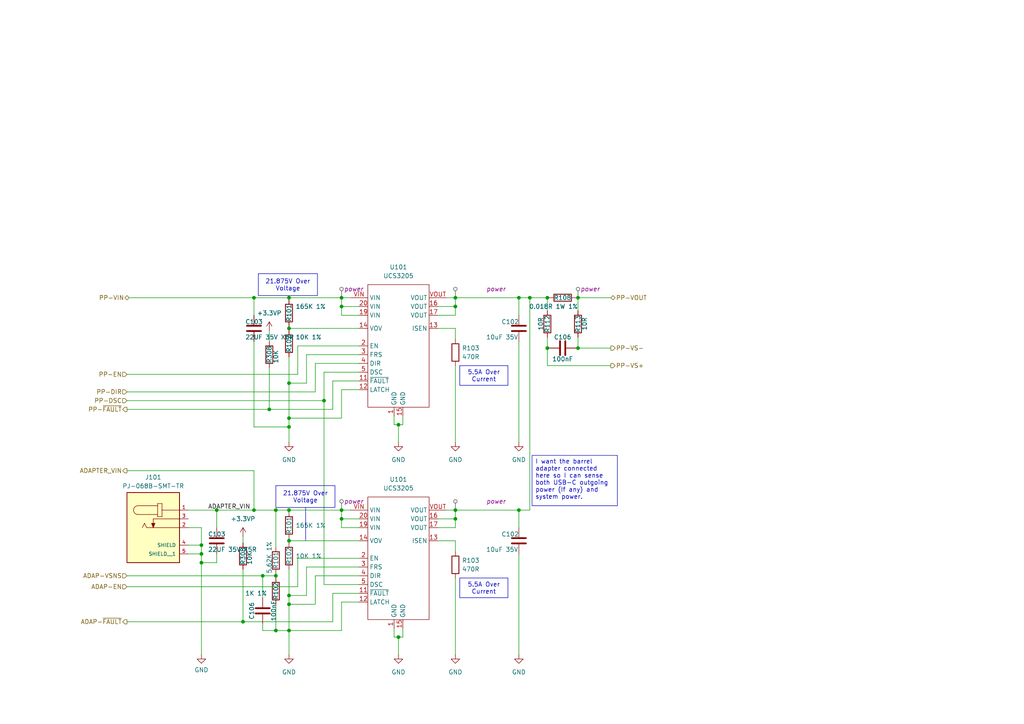
<source format=kicad_sch>
(kicad_sch (version 20230121) (generator eeschema)
  (paper "A4")
  (lib_symbols
    (symbol "Device:C" (pin_numbers hide) (pin_names (offset 0.254))
      (property "Reference" "C" (at 0.635 2.54 0))
      (property "Value" "C" (at 0.635 -2.54 0))
      (symbol "C_0_1"
        (polyline (pts (xy -2.032 -0.762) (xy 2.032 -0.762)) (stroke (width 0.508)))
        (polyline (pts (xy -2.032 0.762) (xy 2.032 0.762)) (stroke (width 0.508)))
      )
      (symbol "C_1_1"
        (pin passive line (at 0 3.81 270) (length 2.794) (name "~") (number "1"))
        (pin passive line (at 0 -3.81 90) (length 2.794) (name "~") (number "2"))
      )
    )
    (symbol "Device:R" (pin_numbers hide) (pin_names (offset 0))
      (property "Reference" "R" (at 2.032 0 90))
      (property "Value" "R" (at 0 0 90))
      (symbol "R_0_1"
        (rectangle (start -1.016 -2.54) (end 1.016 2.54) (stroke (width 0.254)))
      )
      (symbol "R_1_1"
        (pin passive line (at 0 3.81 270) (length 1.27) (name "~") (number "1"))
        (pin passive line (at 0 -3.81 90) (length 1.27) (name "~") (number "2"))
      )
    )
    (symbol "PJ-068B-SMT-TR:PJ-068B-SMT-TR" (pin_names (offset 1.016))
      (property "Reference" "J" (at -7.6259 7.6259 0))
      (property "Value" "PJ-068B-SMT-TR" (at -7.6213 -15.2421 0))
      (symbol "PJ-068B-SMT-TR_0_0"
        (rectangle (start -7.62 -12.7) (end 7.62 7.62) (stroke (width 0.254)) (fill (type background)))
        (arc (start -4.445 3.81) (mid -5.7095 2.54) (end -4.445 1.27) (stroke (width 0.1524)))
        (polyline (pts (xy -4.445 3.81) (xy 1.27 3.81)) (stroke (width 0.1524)))
        (polyline (pts (xy -2.54 -1.27) (xy -3.175 -2.54)) (stroke (width 0.1524)))
        (polyline (pts (xy -1.905 -2.54) (xy -2.54 -1.27)) (stroke (width 0.1524)))
        (polyline (pts (xy 0 -2.54) (xy -1.905 -2.54)) (stroke (width 0.1524)))
        (polyline (pts (xy 0 0) (xy 0 -2.54)) (stroke (width 0.1524)))
        (polyline (pts (xy 1.27 0.635) (xy 2.54 0.635)) (stroke (width 0.1524)))
        (polyline (pts (xy 1.27 1.27) (xy -4.445 1.27)) (stroke (width 0.1524)))
        (polyline (pts (xy 1.27 1.27) (xy 1.27 0.635)) (stroke (width 0.1524)))
        (polyline (pts (xy 1.27 3.81) (xy 1.27 1.27)) (stroke (width 0.1524)))
        (polyline (pts (xy 1.27 4.445) (xy 1.27 3.81)) (stroke (width 0.1524)))
        (polyline (pts (xy 2.54 0.635) (xy 2.54 2.54)) (stroke (width 0.1524)))
        (polyline (pts (xy 2.54 2.54) (xy 2.54 4.445)) (stroke (width 0.1524)))
        (polyline (pts (xy 2.54 4.445) (xy 1.27 4.445)) (stroke (width 0.1524)))
        (polyline (pts (xy 7.62 -2.54) (xy 0 -2.54)) (stroke (width 0.1524)))
        (polyline (pts (xy 7.62 0) (xy 0 0)) (stroke (width 0.1524)))
        (polyline (pts (xy 7.62 2.54) (xy 2.54 2.54)) (stroke (width 0.1524)))
        (polyline (pts (xy 0 -2.54) (xy -0.508 -1.27) (xy 0.508 -1.27) (xy 0 -2.54)) (stroke (width 0.1524)) (fill (type outline)))
        (pin passive line (at 10.16 2.54 180) (length 2.54) (name "~") (number "1"))
        (pin passive line (at 10.16 -2.54 180) (length 2.54) (name "~") (number "2"))
        (pin passive line (at 10.16 0 180) (length 2.54) (name "~") (number "3"))
        (pin passive line (at 10.16 -7.62 180) (length 2.54) (name "SHIELD") (number "4"))
        (pin passive line (at 10.16 -10.16 180) (length 2.54) (name "SHIELD__1") (number "5"))
      )
    )
    (symbol "power:+3.3VP" (power) (pin_names (offset 0))
      (property "Value" "+3.3VP" (at 0 2.54 0))
      (symbol "+3.3VP_0_0"
        (pin power_in line (at 0 0 90) (length 0) hide (name "+3.3VP") (number "1"))
      )
      (symbol "+3.3VP_0_1"
        (polyline (pts (xy -0.762 1.27) (xy 0 2.54)))
        (polyline (pts (xy 0 0) (xy 0 2.54)))
        (polyline (pts (xy 0 2.54) (xy 0.762 1.27)))
      )
    )
    (symbol "power:GND" (power) (pin_names (offset 0))
      (property "Value" "GND" (at 0 -3.81 0))
      (symbol "GND_0_1"
        (polyline (pts (xy 0 0) (xy 0 -1.27) (xy 1.27 -1.27) (xy 0 -2.54) (xy -1.27 -1.27) (xy 0 -1.27)))
      )
      (symbol "GND_1_1"
        (pin power_in line (at 0 0 270) (length 0) hide (name "GND") (number "1"))
      )
    )
    (symbol "usb-c:UCS3205"
      (property "Reference" "U" (at 0 0 0))
      (property "Value" "UCS3205" (at 0 0 0))
      (symbol "UCS3205_0_1"
        (rectangle (start -8.89 17.78) (end 8.89 -17.78))
      )
      (symbol "UCS3205_1_1"
        (pin power_in line (at -1.27 -20.32 90) (length 2.54) (name "GND") (number "1"))
        (pin no_connect line (at 8.89 -16.51 180) (length 0) hide (name "NC") (number "10"))
        (pin open_collector line (at -11.43 -10.16 0) (length 2.54) (name "~{FAULT}") (number "11"))
        (pin input line (at -11.43 -12.7 0) (length 2.54) (name "LATCH") (number "12"))
        (pin output line (at 11.43 5.08 180) (length 2.54) (name "ISEN") (number "13"))
        (pin input line (at -11.43 5.08 0) (length 2.54) (name "VOV") (number "14"))
        (pin power_in line (at 1.27 -20.32 90) (length 2.54) (name "GND") (number "15"))
        (pin bidirectional line (at 11.43 11.43 180) (length 2.54) (name "VOUT") (number "16"))
        (pin bidirectional line (at 11.43 8.89 180) (length 2.54) (name "VOUT") (number "17"))
        (pin bidirectional line (at -11.43 8.89 0) (length 2.54) (name "VIN") (number "19"))
        (pin input line (at -11.43 0 0) (length 2.54) (name "EN") (number "2"))
        (pin bidirectional line (at -11.43 11.43 0) (length 2.54) (name "VIN") (number "20"))
        (pin input line (at -11.43 -2.54 0) (length 2.54) (name "FRS") (number "3"))
        (pin input line (at -11.43 -5.08 0) (length 2.54) (name "DIR") (number "4"))
        (pin input line (at -11.43 -7.62 0) (length 2.54) (name "DSC") (number "5"))
        (pin no_connect line (at 8.89 -13.97 180) (length 0) hide (name "NC") (number "6"))
        (pin no_connect line (at 8.89 -11.43 180) (length 0) hide (name "NC") (number "7"))
        (pin no_connect line (at 8.89 -8.89 180) (length 0) hide (name "NC") (number "8"))
        (pin no_connect line (at 8.89 -6.35 180) (length 0) hide (name "NC") (number "9"))
        (pin bidirectional line (at -13.97 13.97 0) (length 5.08) (name "VIN") (number "VIN"))
        (pin bidirectional line (at 13.97 13.97 180) (length 5.08) (name "VOUT") (number "VOUT"))
      )
    )
  )
  (junction (at 115.57 123.19))
  (junction (at 83.82 111.125))
  (junction (at 99.06 147.955))
  (junction (at 83.82 123.825))
  (junction (at 73.66 86.36))
  (junction (at 132.08 88.9))
  (junction (at 150.495 86.36))
  (junction (at 158.75 100.965))
  (junction (at 76.2 167.005))
  (junction (at 158.75 86.36))
  (junction (at 93.98 116.205))
  (junction (at 83.82 147.955))
  (junction (at 99.06 86.36))
  (junction (at 132.08 150.495))
  (junction (at 83.82 86.36))
  (junction (at 80.01 182.88))
  (junction (at 62.865 147.955))
  (junction (at 83.82 172.72))
  (junction (at 153.67 86.36))
  (junction (at 150.495 147.955))
  (junction (at 58.42 163.195))
  (junction (at 80.01 147.955))
  (junction (at 83.82 95.25))
  (junction (at 83.82 175.26))
  (junction (at 167.64 100.965))
  (junction (at 58.42 160.655))
  (junction (at 115.57 184.785))
  (junction (at 167.64 86.36))
  (junction (at 70.485 180.34))
  (junction (at 83.82 156.845))
  (junction (at 132.08 86.36))
  (junction (at 99.06 150.495))
  (junction (at 132.08 147.955))
  (junction (at 80.01 167.005))
  (junction (at 73.66 147.955))
  (junction (at 83.82 182.88))
  (junction (at 78.105 118.745))
  (junction (at 83.82 121.285))
  (junction (at 58.42 158.115))
  (junction (at 99.06 88.9))
  (wire (pts (xy 62.865 160.655) (xy 62.865 163.195)))
  (wire (pts (xy 76.2 167.005) (xy 76.2 173.355)))
  (wire (pts (xy 36.83 108.585) (xy 86.36 108.585)))
  (wire (pts (xy 115.57 184.785) (xy 115.57 189.865)))
  (wire (pts (xy 93.98 107.95) (xy 93.98 116.205)))
  (wire (pts (xy 114.3 120.65) (xy 114.3 123.19)))
  (wire (pts (xy 99.06 147.955) (xy 99.06 150.495)))
  (wire (pts (xy 83.82 123.825) (xy 83.82 128.27)))
  (wire (pts (xy 54.61 158.115) (xy 58.42 158.115)))
  (wire (pts (xy 104.14 110.49) (xy 96.52 110.49)))
  (wire (pts (xy 127 95.25) (xy 132.08 95.25)))
  (wire (pts (xy 150.495 86.36) (xy 153.67 86.36)))
  (wire (pts (xy 150.495 99.06) (xy 150.495 128.27)))
  (wire (pts (xy 104.14 107.95) (xy 93.98 107.95)))
  (wire (pts (xy 127 91.44) (xy 132.08 91.44)))
  (wire (pts (xy 104.14 174.625) (xy 99.06 174.625)))
  (wire (pts (xy 83.82 156.845) (xy 83.82 157.48)))
  (wire (pts (xy 132.08 86.36) (xy 129.54 86.36)))
  (wire (pts (xy 62.865 153.035) (xy 62.865 147.955)))
  (wire (pts (xy 88.9 102.87) (xy 88.9 111.125)))
  (wire (pts (xy 167.64 86.36) (xy 177.165 86.36)))
  (wire (pts (xy 80.01 182.88) (xy 83.82 182.88)))
  (wire (pts (xy 54.61 160.655) (xy 58.42 160.655)))
  (wire (pts (xy 158.75 86.36) (xy 159.385 86.36)))
  (wire (pts (xy 150.495 86.36) (xy 132.08 86.36)))
  (wire (pts (xy 132.08 156.845) (xy 132.08 160.02)))
  (wire (pts (xy 83.82 121.285) (xy 83.82 123.825)))
  (wire (pts (xy 37.465 86.36) (xy 73.66 86.36)))
  (wire (pts (xy 83.82 95.25) (xy 83.82 94.615)))
  (wire (pts (xy 80.01 175.26) (xy 80.01 182.88)))
  (wire (pts (xy 83.82 165.1) (xy 83.82 172.72)))
  (wire (pts (xy 86.36 161.925) (xy 86.36 170.18)))
  (wire (pts (xy 127 156.845) (xy 132.08 156.845)))
  (wire (pts (xy 36.83 113.665) (xy 91.44 113.665)))
  (wire (pts (xy 132.08 150.495) (xy 132.08 147.955)))
  (wire (pts (xy 36.83 136.525) (xy 73.66 136.525)))
  (wire (pts (xy 73.66 147.955) (xy 80.01 147.955)))
  (wire (pts (xy 132.08 153.035) (xy 132.08 150.495)))
  (wire (pts (xy 83.82 147.955) (xy 99.06 147.955)))
  (wire (pts (xy 104.14 100.33) (xy 86.36 100.33)))
  (wire (pts (xy 73.66 91.44) (xy 73.66 86.36)))
  (wire (pts (xy 158.75 106.045) (xy 158.75 100.965)))
  (wire (pts (xy 167.64 97.79) (xy 167.64 100.965)))
  (wire (pts (xy 132.08 95.25) (xy 132.08 98.425)))
  (wire (pts (xy 83.82 175.26) (xy 91.44 175.26)))
  (wire (pts (xy 83.82 172.72) (xy 83.82 175.26)))
  (wire (pts (xy 80.01 147.955) (xy 80.01 158.75)))
  (wire (pts (xy 114.3 184.785) (xy 115.57 184.785)))
  (wire (pts (xy 115.57 123.19) (xy 115.57 128.27)))
  (wire (pts (xy 83.82 111.125) (xy 83.82 121.285)))
  (wire (pts (xy 80.01 147.955) (xy 83.82 147.955)))
  (wire (pts (xy 116.84 184.785) (xy 116.84 182.245)))
  (wire (pts (xy 78.105 95.885) (xy 78.105 99.06)))
  (wire (pts (xy 116.84 123.19) (xy 116.84 120.65)))
  (wire (pts (xy 73.66 99.06) (xy 73.66 123.825)))
  (wire (pts (xy 99.06 174.625) (xy 99.06 182.88)))
  (wire (pts (xy 83.82 182.88) (xy 99.06 182.88)))
  (wire (pts (xy 104.14 167.005) (xy 91.44 167.005)))
  (wire (pts (xy 99.06 153.035) (xy 104.14 153.035)))
  (wire (pts (xy 104.14 102.87) (xy 88.9 102.87)))
  (wire (pts (xy 153.67 86.36) (xy 158.75 86.36)))
  (wire (pts (xy 36.83 167.005) (xy 76.2 167.005)))
  (wire (pts (xy 114.3 123.19) (xy 115.57 123.19)))
  (wire (pts (xy 91.44 167.005) (xy 91.44 175.26)))
  (wire (pts (xy 132.08 88.9) (xy 132.08 86.36)))
  (wire (pts (xy 73.66 86.36) (xy 83.82 86.36)))
  (wire (pts (xy 88.9 164.465) (xy 88.9 172.72)))
  (wire (pts (xy 80.01 167.005) (xy 80.01 167.64)))
  (wire (pts (xy 83.82 175.26) (xy 83.82 182.88)))
  (wire (pts (xy 114.3 182.245) (xy 114.3 184.785)))
  (wire (pts (xy 83.82 121.285) (xy 99.06 121.285)))
  (wire (pts (xy 99.06 91.44) (xy 104.14 91.44)))
  (wire (pts (xy 96.52 172.085) (xy 96.52 180.34)))
  (wire (pts (xy 88.9 111.125) (xy 83.82 111.125)))
  (wire (pts (xy 158.75 100.965) (xy 159.385 100.965)))
  (wire (pts (xy 99.06 88.9) (xy 104.14 88.9)))
  (wire (pts (xy 86.36 100.33) (xy 86.36 108.585)))
  (wire (pts (xy 127 88.9) (xy 132.08 88.9)))
  (wire (pts (xy 83.82 86.36) (xy 99.06 86.36)))
  (wire (pts (xy 96.52 110.49) (xy 96.52 118.745)))
  (wire (pts (xy 54.61 147.955) (xy 62.865 147.955)))
  (wire (pts (xy 80.01 166.37) (xy 80.01 167.005)))
  (wire (pts (xy 104.14 172.085) (xy 96.52 172.085)))
  (wire (pts (xy 104.14 164.465) (xy 88.9 164.465)))
  (wire (pts (xy 70.485 155.575) (xy 70.485 157.48)))
  (wire (pts (xy 83.82 86.36) (xy 83.82 86.995)))
  (wire (pts (xy 101.6 86.36) (xy 99.06 86.36)))
  (wire (pts (xy 36.83 118.745) (xy 78.105 118.745)))
  (wire (pts (xy 83.82 156.845) (xy 83.82 156.21)))
  (wire (pts (xy 36.83 116.205) (xy 93.98 116.205)))
  (wire (pts (xy 83.82 103.505) (xy 83.82 111.125)))
  (wire (pts (xy 99.06 88.9) (xy 99.06 91.44)))
  (wire (pts (xy 99.06 113.03) (xy 99.06 121.285)))
  (wire (pts (xy 83.82 95.25) (xy 83.82 95.885)))
  (wire (pts (xy 83.82 147.955) (xy 83.82 148.59)))
  (wire (pts (xy 104.14 113.03) (xy 99.06 113.03)))
  (wire (pts (xy 99.06 150.495) (xy 99.06 153.035)))
  (wire (pts (xy 153.67 86.36) (xy 153.67 147.955)))
  (wire (pts (xy 177.165 106.045) (xy 158.75 106.045)))
  (wire (pts (xy 99.06 150.495) (xy 104.14 150.495)))
  (wire (pts (xy 150.495 147.955) (xy 132.08 147.955)))
  (wire (pts (xy 104.14 156.845) (xy 83.82 156.845)))
  (wire (pts (xy 78.105 106.68) (xy 78.105 118.745)))
  (wire (pts (xy 158.75 86.36) (xy 158.75 90.17)))
  (wire (pts (xy 58.42 158.115) (xy 58.42 153.035)))
  (wire (pts (xy 104.14 105.41) (xy 91.44 105.41)))
  (wire (pts (xy 99.06 86.36) (xy 99.06 88.9)))
  (wire (pts (xy 62.865 163.195) (xy 58.42 163.195)))
  (wire (pts (xy 73.66 123.825) (xy 83.82 123.825)))
  (wire (pts (xy 36.83 180.34) (xy 70.485 180.34)))
  (wire (pts (xy 78.105 118.745) (xy 96.52 118.745)))
  (wire (pts (xy 83.82 172.72) (xy 88.9 172.72)))
  (wire (pts (xy 83.82 182.88) (xy 83.82 189.865)))
  (wire (pts (xy 58.42 160.655) (xy 58.42 158.115)))
  (wire (pts (xy 127 150.495) (xy 132.08 150.495)))
  (wire (pts (xy 115.57 123.19) (xy 116.84 123.19)))
  (wire (pts (xy 167.64 86.36) (xy 167.64 90.17)))
  (wire (pts (xy 70.485 180.34) (xy 96.52 180.34)))
  (wire (pts (xy 167.005 86.36) (xy 167.64 86.36)))
  (wire (pts (xy 76.2 167.005) (xy 80.01 167.005)))
  (wire (pts (xy 132.08 91.44) (xy 132.08 88.9)))
  (wire (pts (xy 150.495 91.44) (xy 150.495 86.36)))
  (wire (pts (xy 93.98 116.205) (xy 93.98 169.545)))
  (wire (pts (xy 132.08 147.955) (xy 129.54 147.955)))
  (wire (pts (xy 127 153.035) (xy 132.08 153.035)))
  (wire (pts (xy 153.67 147.955) (xy 150.495 147.955)))
  (wire (pts (xy 58.42 189.865) (xy 58.42 163.195)))
  (wire (pts (xy 58.42 153.035) (xy 54.61 153.035)))
  (wire (pts (xy 167.64 100.965) (xy 167.005 100.965)))
  (wire (pts (xy 70.485 165.1) (xy 70.485 180.34)))
  (wire (pts (xy 104.14 95.25) (xy 83.82 95.25)))
  (wire (pts (xy 76.2 182.88) (xy 80.01 182.88)))
  (wire (pts (xy 104.14 161.925) (xy 86.36 161.925)))
  (wire (pts (xy 91.44 105.41) (xy 91.44 113.665)))
  (polyline (pts (xy 88.646 147.193) (xy 88.646 156.845)))
  (wire (pts (xy 150.495 153.035) (xy 150.495 147.955)))
  (wire (pts (xy 36.83 170.18) (xy 86.36 170.18)))
  (wire (pts (xy 101.6 147.955) (xy 99.06 147.955)))
  (wire (pts (xy 158.75 97.79) (xy 158.75 100.965)))
  (wire (pts (xy 73.66 136.525) (xy 73.66 147.955)))
  (wire (pts (xy 132.08 106.045) (xy 132.08 128.27)))
  (wire (pts (xy 177.165 100.965) (xy 167.64 100.965)))
  (wire (pts (xy 132.08 167.64) (xy 132.08 189.865)))
  (wire (pts (xy 104.14 169.545) (xy 93.98 169.545)))
  (wire (pts (xy 58.42 163.195) (xy 58.42 160.655)))
  (wire (pts (xy 76.2 180.975) (xy 76.2 182.88)))
  (wire (pts (xy 115.57 184.785) (xy 116.84 184.785)))
  (wire (pts (xy 150.495 160.655) (xy 150.495 189.865)))
  (wire (pts (xy 62.865 147.955) (xy 73.66 147.955)))
  (text_box "I want the barrel adapter connected here so I can sense both USB-C outgoing power (If any) and system power." (at 154.305 132.08 0) (size 24.765 14.605) (effects (font (size 1.27 1.27)) (justify left top)))
  (text_box "5.5A Over Current" (at 133.35 106.045 0) (size 13.97 5.715) (effects (font (size 1.27 1.27))))
  (text_box "21.875V Over Voltage" (at 74.93 79.375 0) (size 17.145 6.35) (effects (font (size 1.27 1.27))))
  (text_box "21.875V Over Voltage" (at 80.01 140.843 0) (size 17.145 6.35) (effects (font (size 1.27 1.27))))
  (text_box "5.5A Over Current" (at 133.35 167.64 0) (size 13.97 5.715) (effects (font (size 1.27 1.27))))
  (label "ADAPTER_VIN" (at 60.325 147.955 0))
  (hierarchical_label "PP-EN" (shape input) (at 36.83 108.585 180))
  (hierarchical_label "PP-VS-" (shape output) (at 177.165 100.965 0))
  (hierarchical_label "ADAP-EN" (shape input) (at 36.83 170.18 180))
  (hierarchical_label "PP-DIR" (shape input) (at 36.83 113.665 180))
  (hierarchical_label "PP-VIN" (shape bidirectional) (at 37.465 86.36 180))
  (hierarchical_label "PP-DSC" (shape input) (at 36.83 116.205 180))
  (hierarchical_label "PP-VOUT" (shape bidirectional) (at 177.165 86.36 0))
  (hierarchical_label "ADAP-~{FAULT}" (shape output) (at 36.83 180.34 180))
  (hierarchical_label "PP-~{FAULT}" (shape output) (at 36.83 118.745 180))
  (hierarchical_label "ADAPTER_VIN" (shape output) (at 36.83 136.525 180))
  (hierarchical_label "ADAP-VSNS" (shape input) (at 36.83 167.005 180))
  (hierarchical_label "PP-VS+" (shape output) (at 177.165 106.045 0))
  (netclass_flag "" (length 2.54) (shape round) (at 132.08 86.36 0) (property "Netclass" "power" (at 141.0335 83.82 0) (effects (font italic) (justify left))))
  (netclass_flag "" (length 2.54) (shape round) (at 132.08 147.955 0) (property "Netclass" "power" (at 141.0335 145.415 0) (effects (font italic) (justify left))))
  (netclass_flag "" (length 2.54) (shape round) (at 99.06 147.955 0) (property "Netclass" "power" (at 99.7585 145.415 0) (effects (font italic) (justify left))))
  (netclass_flag "" (length 2.54) (shape round) (at 99.06 86.36 0) (property "Netclass" "power" (at 99.7585 83.82 0) (effects (font italic) (justify left))))
  (netclass_flag "" (length 2.54) (shape round) (at 167.64 86.36 0) (property "Netclass" "power" (at 168.3385 83.82 0) (effects (font italic) (justify left))))
  (symbol (lib_id "Device:R") (at 132.08 102.235 0) (unit 1)
    (property "Reference" "R103" (at 133.985 100.965 0) (effects (justify left)))
    (property "Value" "470R" (at 133.985 103.505 0) (effects (justify left)))
    (property "Footprint" "Resistor_SMD:R_0402_1005Metric" (effects hide))
    (instances (project "USB-C-SWITCH" (path "" (reference "R103") (unit 1)) (path "" (reference "R206") (unit 1))))
  )
  (symbol (lib_id "PJ-068B-SMT-TR:PJ-068B-SMT-TR") (at 44.45 150.495 0) (unit 1)
    (property "Reference" "J101" (at 44.45 138.43 0))
    (property "Value" "PJ-068B-SMT-TR" (at 44.45 140.97 0))
    (property "Footprint" "digikey:CUI_PJ-068B-SMT-TR" (effects hide))
    (property "PARTREV" "1.04" (effects hide))
    (property "MANUFACTURER" "CUI INC" (effects hide))
    (property "STANDARD" "Manufacturer recommendations" (effects hide))
    (instances (project "USB-C-SWITCH" (path "" (reference "J101") (unit 1)) (path "" (reference "J201") (unit 1))))
  )
  (symbol (lib_id "power:GND") (at 150.495 128.27 0) (unit 1)
    (property "Reference" "#PWR0103" (effects hide))
    (property "Value" "GND" (at 150.495 133.35 0))
    (instances (project "USB-C-SWITCH" (path "" (reference "#PWR0103") (unit 1)) (path "" (reference "#PWR0205") (unit 1))))
  )
  (symbol (lib_id "power:+3.3VP") (at 70.485 155.575 0) (unit 1)
    (property "Reference" "#PWR0311" (effects hide))
    (property "Value" "+3.3VP" (at 70.485 150.495 0))
    (instances (project "USB-C-SWITCH" (path "" (reference "#PWR0311") (unit 1)) (path "" (reference "#PWR0206") (unit 1))))
  )
  (symbol (lib_id "Device:R") (at 132.08 163.83 0) (unit 1)
    (property "Reference" "R103" (at 133.985 162.56 0) (effects (justify left)))
    (property "Value" "470R" (at 133.985 165.1 0) (effects (justify left)))
    (property "Footprint" "Resistor_SMD:R_0402_1005Metric" (effects hide))
    (instances (project "USB-C-SWITCH" (path "" (reference "R103") (unit 1)) (path "" (reference "R212") (unit 1))))
  )
  (symbol (lib_id "usb-c:UCS3205") (at 115.57 161.925 0) (unit 1)
    (property "Reference" "U101" (at 115.57 139.065 0))
    (property "Value" "UCS3205" (at 115.57 141.605 0))
    (property "Footprint" "usb-c:19-VQFN-Q8A-3x3x0.9-2EP" (effects hide))
    (property "Datasheet" "https://ww1.microchip.com/downloads/aemDocuments/documents/APID/ProductDocuments/DataSheets/UCS3205-Data-Sheet-DS20006433A.pdf" (effects hide))
    (instances (project "USB-C-SWITCH" (path "" (reference "U101") (unit 1)) (path "" (reference "U202") (unit 1))))
  )
  (symbol (lib_id "power:GND") (at 115.57 128.27 0) (unit 1)
    (property "Reference" "#PWR0101" (effects hide))
    (property "Value" "GND" (at 115.57 133.35 0))
    (instances (project "USB-C-SWITCH" (path "" (reference "#PWR0101") (unit 1)) (path "" (reference "#PWR0203") (unit 1))))
  )
  (symbol (lib_id "Device:R") (at 78.105 102.87 0) (unit 1)
    (property "Reference" "R308" (at 78.105 105.41 90) (effects (justify left)))
    (property "Value" "10K" (at 80.01 105.41 90) (effects (justify left)))
    (property "Footprint" "Resistor_SMD:R_0201_0603Metric" (effects hide))
    (instances (project "USB-C-FUSB302-PI" (path "" (reference "R308") (unit 1))) (project "USB-C-SWITCH" (path "" (reference "R308") (unit 1)) (path "" (reference "R407") (unit 1)) (path "" (reference "R314") (unit 1)) (path "" (reference "R207") (unit 1))) (project "usb-c-rp2040" (path "" (reference "R3") (unit 1)) (path "" (reference "R24") (unit 1))))
  )
  (symbol (lib_id "Device:C") (at 62.865 156.845 0) (unit 1)
    (property "Reference" "C103" (at 60.325 154.94 0) (effects (justify left)))
    (property "Value" "22UF 35V X5R" (at 60.325 159.385 0) (effects (justify left)))
    (property "Footprint" "Capacitor_SMD:C_0805_2012Metric" (effects hide))
    (instances (project "USB-C-SWITCH" (path "" (reference "C103") (unit 1)) (path "" (reference "C204") (unit 1)) (path "" (reference "C301") (unit 1))))
  )
  (symbol (lib_id "Device:C") (at 163.195 100.965 90) (unit 1)
    (property "Reference" "C106" (at 163.195 97.79 90))
    (property "Value" "100nF" (at 163.195 104.14 90))
    (property "Footprint" "Capacitor_SMD:C_0402_1005Metric" (effects hide))
    (instances (project "USB-C-SWITCH" (path "" (reference "C106") (unit 1)) (path "" (reference "C203") (unit 1))))
  )
  (symbol (lib_id "power:GND") (at 132.08 189.865 0) (unit 1)
    (property "Reference" "#PWR0104" (effects hide))
    (property "Value" "GND" (at 132.08 194.945 0))
    (instances (project "USB-C-SWITCH" (path "" (reference "#PWR0104") (unit 1)) (path "" (reference "#PWR0210") (unit 1))))
  )
  (symbol (lib_id "usb-c:UCS3205") (at 115.57 100.33 0) (unit 1)
    (property "Reference" "U101" (at 115.57 77.47 0))
    (property "Value" "UCS3205" (at 115.57 80.01 0))
    (property "Footprint" "usb-c:19-VQFN-Q8A-3x3x0.9-2EP" (effects hide))
    (property "Datasheet" "https://ww1.microchip.com/downloads/aemDocuments/documents/APID/ProductDocuments/DataSheets/UCS3205-Data-Sheet-DS20006433A.pdf" (effects hide))
    (instances (project "USB-C-SWITCH" (path "" (reference "U101") (unit 1)) (path "" (reference "U201") (unit 1))))
  )
  (symbol (lib_id "Device:R") (at 80.01 162.56 0) (unit 1)
    (property "Reference" "R101" (at 80.01 165.1 90) (effects (justify left)))
    (property "Value" "5.62K 1%" (at 78.105 166.37 90) (effects (justify left)))
    (property "Footprint" "Resistor_SMD:R_0402_1005Metric" (effects hide))
    (instances (project "USB-C-SWITCH" (path "" (reference "R101") (unit 1)) (path "" (reference "R211") (unit 1))))
  )
  (symbol (lib_id "Device:C") (at 150.495 156.845 0) (unit 1)
    (property "Reference" "C102" (at 145.415 154.94 0) (effects (justify left)))
    (property "Value" "10uF 35V" (at 140.97 159.385 0) (effects (justify left)))
    (property "Footprint" "Capacitor_SMD:C_0805_2012Metric" (effects hide))
    (instances (project "USB-C-SWITCH" (path "" (reference "C102") (unit 1)) (path "" (reference "C205") (unit 1))))
  )
  (symbol (lib_id "power:+3.3VP") (at 78.105 95.885 0) (unit 1)
    (property "Reference" "#PWR0311" (effects hide))
    (property "Value" "+3.3VP" (at 78.105 90.805 0))
    (instances (project "USB-C-SWITCH" (path "" (reference "#PWR0311") (unit 1)) (path "" (reference "#PWR0201") (unit 1))))
  )
  (symbol (lib_id "Device:C") (at 76.2 177.165 180) (unit 1)
    (property "Reference" "C106" (at 73.025 177.165 90))
    (property "Value" "100nF" (at 79.375 177.165 90))
    (property "Footprint" "Capacitor_SMD:C_0402_1005Metric" (effects hide))
    (instances (project "USB-C-SWITCH" (path "" (reference "C106") (unit 1)) (path "" (reference "C206") (unit 1))))
  )
  (symbol (lib_id "power:GND") (at 83.82 128.27 0) (unit 1)
    (property "Reference" "#PWR0102" (effects hide))
    (property "Value" "GND" (at 83.82 133.35 0))
    (instances (project "USB-C-SWITCH" (path "" (reference "#PWR0102") (unit 1)) (path "" (reference "#PWR0202") (unit 1))))
  )
  (symbol (lib_id "power:GND") (at 132.08 128.27 0) (unit 1)
    (property "Reference" "#PWR0104" (effects hide))
    (property "Value" "GND" (at 132.08 133.35 0))
    (instances (project "USB-C-SWITCH" (path "" (reference "#PWR0104") (unit 1)) (path "" (reference "#PWR0204") (unit 1))))
  )
  (symbol (lib_id "Device:R") (at 83.82 152.4 0) (unit 1)
    (property "Reference" "R101" (at 83.82 154.94 90) (effects (justify left)))
    (property "Value" "165K 1%" (at 85.725 152.4 0) (effects (justify left)))
    (property "Footprint" "Resistor_SMD:R_0402_1005Metric" (effects hide))
    (instances (project "USB-C-SWITCH" (path "" (reference "R101") (unit 1)) (path "" (reference "R208") (unit 1))))
  )
  (symbol (lib_id "Device:R") (at 167.64 93.98 0) (unit 1)
    (property "Reference" "R113" (at 167.64 96.52 90) (effects (justify left)))
    (property "Value" "10R" (at 169.545 95.885 90) (effects (justify left)))
    (property "Footprint" "Resistor_SMD:R_0402_1005Metric" (effects hide))
    (instances (project "USB-C-SWITCH" (path "" (reference "R113") (unit 1)) (path "" (reference "R204") (unit 1))))
  )
  (symbol (lib_id "Device:R") (at 158.75 93.98 0) (unit 1)
    (property "Reference" "R112" (at 158.75 96.52 90) (effects (justify left)))
    (property "Value" "10R" (at 156.845 95.885 90) (effects (justify left)))
    (property "Footprint" "Resistor_SMD:R_0402_1005Metric" (effects hide))
    (instances (project "USB-C-SWITCH" (path "" (reference "R112") (unit 1)) (path "" (reference "R203") (unit 1))))
  )
  (symbol (lib_id "power:GND") (at 58.42 189.865 0) (unit 1)
    (property "Reference" "#PWR01" (effects hide))
    (property "Value" "GND" (at 58.42 194.31 0))
    (instances (project "USB-C-FUSB302-PI" (path "" (reference "#PWR01") (unit 1))) (project "USB-C-SWITCH" (path "" (reference "#PWR0118") (unit 1)) (path "" (reference "#PWR0207") (unit 1))))
  )
  (symbol (lib_id "power:GND") (at 115.57 189.865 0) (unit 1)
    (property "Reference" "#PWR0101" (effects hide))
    (property "Value" "GND" (at 115.57 194.945 0))
    (instances (project "USB-C-SWITCH" (path "" (reference "#PWR0101") (unit 1)) (path "" (reference "#PWR0209") (unit 1))))
  )
  (symbol (lib_id "power:GND") (at 150.495 189.865 0) (unit 1)
    (property "Reference" "#PWR0103" (effects hide))
    (property "Value" "GND" (at 150.495 194.945 0))
    (instances (project "USB-C-SWITCH" (path "" (reference "#PWR0103") (unit 1)) (path "" (reference "#PWR0211") (unit 1))))
  )
  (symbol (lib_id "power:GND") (at 83.82 189.865 0) (unit 1)
    (property "Reference" "#PWR0102" (effects hide))
    (property "Value" "GND" (at 83.82 194.945 0))
    (instances (project "USB-C-SWITCH" (path "" (reference "#PWR0102") (unit 1)) (path "" (reference "#PWR0208") (unit 1))))
  )
  (symbol (lib_id "Device:R") (at 83.82 99.695 0) (unit 1)
    (property "Reference" "R102" (at 83.82 102.235 90) (effects (justify left)))
    (property "Value" "10K 1%" (at 85.725 97.79 0) (effects (justify left)))
    (property "Footprint" "Resistor_SMD:R_0402_1005Metric" (effects hide))
    (instances (project "USB-C-SWITCH" (path "" (reference "R102") (unit 1)) (path "" (reference "R205") (unit 1))))
  )
  (symbol (lib_id "Device:R") (at 70.485 161.29 0) (unit 1)
    (property "Reference" "R308" (at 70.485 163.83 90) (effects (justify left)))
    (property "Value" "10K" (at 72.39 163.83 90) (effects (justify left)))
    (property "Footprint" "Resistor_SMD:R_0201_0603Metric" (effects hide))
    (instances (project "USB-C-FUSB302-PI" (path "" (reference "R308") (unit 1))) (project "USB-C-SWITCH" (path "" (reference "R308") (unit 1)) (path "" (reference "R407") (unit 1)) (path "" (reference "R314") (unit 1)) (path "" (reference "R209") (unit 1))) (project "usb-c-rp2040" (path "" (reference "R3") (unit 1)) (path "" (reference "R24") (unit 1))))
  )
  (symbol (lib_id "Device:R") (at 83.82 161.29 0) (unit 1)
    (property "Reference" "R102" (at 83.82 163.83 90) (effects (justify left)))
    (property "Value" "10K 1%" (at 85.725 161.29 0) (effects (justify left)))
    (property "Footprint" "Resistor_SMD:R_0402_1005Metric" (effects hide))
    (instances (project "USB-C-SWITCH" (path "" (reference "R102") (unit 1)) (path "" (reference "R210") (unit 1))))
  )
  (symbol (lib_id "Device:R") (at 83.82 90.805 0) (unit 1)
    (property "Reference" "R101" (at 83.82 93.345 90) (effects (justify left)))
    (property "Value" "165K 1%" (at 85.725 88.9 0) (effects (justify left)))
    (property "Footprint" "Resistor_SMD:R_0402_1005Metric" (effects hide))
    (instances (project "USB-C-SWITCH" (path "" (reference "R101") (unit 1)) (path "" (reference "R202") (unit 1))))
  )
  (symbol (lib_id "Device:R") (at 163.195 86.36 90) (unit 1)
    (property "Reference" "R108" (at 165.735 86.36 90) (effects (justify left)))
    (property "Value" "0.018R 1W 1%" (at 167.64 88.9 90) (effects (justify left)))
    (property "Footprint" "Resistor_SMD:R_1210_3225Metric" (effects hide))
    (instances (project "USB-C-SWITCH" (path "" (reference "R108") (unit 1)) (path "" (reference "R201") (unit 1))))
  )
  (symbol (lib_id "Device:C") (at 73.66 95.25 0) (unit 1)
    (property "Reference" "C103" (at 71.12 93.345 0) (effects (justify left)))
    (property "Value" "22UF 35V X5R" (at 71.12 97.79 0) (effects (justify left)))
    (property "Footprint" "Capacitor_SMD:C_0805_2012Metric" (effects hide))
    (instances (project "USB-C-SWITCH" (path "" (reference "C103") (unit 1)) (path "" (reference "C201") (unit 1)) (path "" (reference "C301") (unit 1))))
  )
  (symbol (lib_id "Device:R") (at 80.01 171.45 0) (unit 1)
    (property "Reference" "R102" (at 80.01 173.99 90) (effects (justify left)))
    (property "Value" "1K 1%" (at 71.12 172.085 0) (effects (justify left)))
    (property "Footprint" "Resistor_SMD:R_0402_1005Metric" (effects hide))
    (instances (project "USB-C-SWITCH" (path "" (reference "R102") (unit 1)) (path "" (reference "R213") (unit 1))))
  )
  (symbol (lib_id "Device:C") (at 150.495 95.25 0) (unit 1)
    (property "Reference" "C102" (at 145.415 93.345 0) (effects (justify left)))
    (property "Value" "10uF 35V" (at 140.97 97.79 0) (effects (justify left)))
    (property "Footprint" "Capacitor_SMD:C_0805_2012Metric" (effects hide))
    (instances (project "USB-C-SWITCH" (path "" (reference "C102") (unit 1)) (path "" (reference "C202") (unit 1))))
  )
)
</source>
